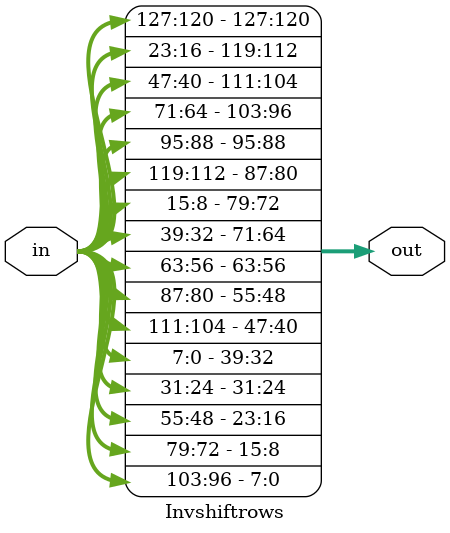
<source format=sv>
module Invshiftrows(input [127:0] in,
						  output [127:0] out);
						 
assign out[127:120] = in[127:120];
assign out[119:112] = in[23:16];
assign out[111:104] = in[47:40];
assign out[103:96] = in[71:64];
assign out[95:88] = in[95:88];
assign out[87:80] = in[119:112];
assign out[79:72] = in[15:8];
assign out[71:64] = in[39:32];
assign out[63:56] = in[63:56];
assign out[55:48] = in[87:80];
assign out[47:40] = in[111:104];
assign out[39:32] = in[7:0];
assign out[31:24] = in[31:24];
assign out[23:16] = in[55:48];
assign out[15:8] = in[79:72];
assign out[7:0] = in[103:96];

endmodule
</source>
